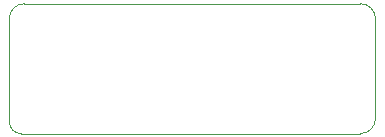
<source format=gbr>
%TF.GenerationSoftware,Altium Limited,Altium Designer,24.8.2 (39)*%
G04 Layer_Color=0*
%FSLAX45Y45*%
%MOMM*%
%TF.SameCoordinates,91815F7F-820D-4149-A860-4F3A114B284D*%
%TF.FilePolarity,Positive*%
%TF.FileFunction,Profile,NP*%
%TF.Part,Single*%
G01*
G75*
%TA.AperFunction,Profile*%
%ADD21C,0.02540*%
D21*
X-3090000Y82500D02*
G03*
X-2990000Y-17500I100000J0D01*
G01*
X-117000D01*
D02*
G03*
X10000Y109500I0J127000D01*
G01*
Y955500D01*
D02*
G03*
X-117000Y1082500I-127000J0D01*
G01*
X-2963000D01*
D02*
G03*
X-3090000Y955500I0J-127000D01*
G01*
Y82500D01*
%TF.MD5,2777e882eccc6c7296943f114e16e1ba*%
M02*

</source>
